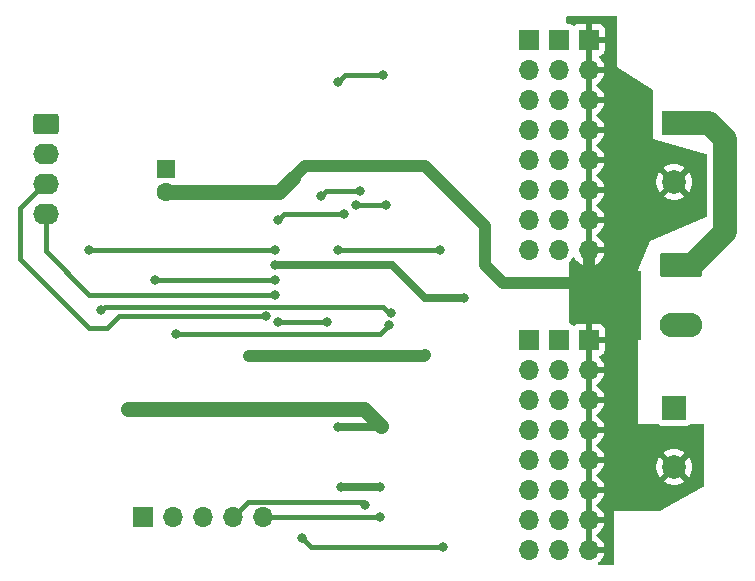
<source format=gbl>
%TF.GenerationSoftware,KiCad,Pcbnew,(5.99.0-9393-ga28cb98626)*%
%TF.CreationDate,2021-03-12T19:06:23-08:00*%
%TF.ProjectId,SimpleServoCtrl,53696d70-6c65-4536-9572-766f4374726c,n/c*%
%TF.SameCoordinates,Original*%
%TF.FileFunction,Copper,L2,Bot*%
%TF.FilePolarity,Positive*%
%FSLAX46Y46*%
G04 Gerber Fmt 4.6, Leading zero omitted, Abs format (unit mm)*
G04 Created by KiCad (PCBNEW (5.99.0-9393-ga28cb98626)) date 2021-03-12 19:06:23*
%MOMM*%
%LPD*%
G01*
G04 APERTURE LIST*
G04 Aperture macros list*
%AMRoundRect*
0 Rectangle with rounded corners*
0 $1 Rounding radius*
0 $2 $3 $4 $5 $6 $7 $8 $9 X,Y pos of 4 corners*
0 Add a 4 corners polygon primitive as box body*
4,1,4,$2,$3,$4,$5,$6,$7,$8,$9,$2,$3,0*
0 Add four circle primitives for the rounded corners*
1,1,$1+$1,$2,$3*
1,1,$1+$1,$4,$5*
1,1,$1+$1,$6,$7*
1,1,$1+$1,$8,$9*
0 Add four rect primitives between the rounded corners*
20,1,$1+$1,$2,$3,$4,$5,0*
20,1,$1+$1,$4,$5,$6,$7,0*
20,1,$1+$1,$6,$7,$8,$9,0*
20,1,$1+$1,$8,$9,$2,$3,0*%
G04 Aperture macros list end*
%TA.AperFunction,ComponentPad*%
%ADD10O,3.600000X2.080000*%
%TD*%
%TA.AperFunction,ComponentPad*%
%ADD11RoundRect,0.249999X-1.550001X0.790001X-1.550001X-0.790001X1.550001X-0.790001X1.550001X0.790001X0*%
%TD*%
%TA.AperFunction,ComponentPad*%
%ADD12O,1.700000X1.700000*%
%TD*%
%TA.AperFunction,ComponentPad*%
%ADD13R,1.700000X1.700000*%
%TD*%
%TA.AperFunction,ComponentPad*%
%ADD14O,2.190000X1.740000*%
%TD*%
%TA.AperFunction,ComponentPad*%
%ADD15RoundRect,0.250000X-0.845000X0.620000X-0.845000X-0.620000X0.845000X-0.620000X0.845000X0.620000X0*%
%TD*%
%TA.AperFunction,ComponentPad*%
%ADD16C,2.000000*%
%TD*%
%TA.AperFunction,ComponentPad*%
%ADD17R,2.000000X2.000000*%
%TD*%
%TA.AperFunction,ComponentPad*%
%ADD18C,1.600000*%
%TD*%
%TA.AperFunction,ComponentPad*%
%ADD19R,1.600000X1.600000*%
%TD*%
%TA.AperFunction,ViaPad*%
%ADD20C,0.800000*%
%TD*%
%TA.AperFunction,Conductor*%
%ADD21C,2.032000*%
%TD*%
%TA.AperFunction,Conductor*%
%ADD22C,1.016000*%
%TD*%
%TA.AperFunction,Conductor*%
%ADD23C,1.270000*%
%TD*%
%TA.AperFunction,Conductor*%
%ADD24C,0.381000*%
%TD*%
%TA.AperFunction,Conductor*%
%ADD25C,0.635000*%
%TD*%
G04 APERTURE END LIST*
D10*
%TO.P,P1,2,Pin_2*%
%TO.N,GND*%
X186866500Y-80010000D03*
D11*
%TO.P,P1,1,Pin_1*%
%TO.N,+6V*%
X186866500Y-74930000D03*
%TD*%
D12*
%TO.P,J8,5,Pin_5*%
%TO.N,PGC*%
X151521000Y-96282000D03*
%TO.P,J8,4,Pin_4*%
%TO.N,PGD*%
X148981000Y-96282000D03*
%TO.P,J8,3,Pin_3*%
%TO.N,GND*%
X146441000Y-96282000D03*
%TO.P,J8,2,Pin_2*%
%TO.N,+5V*%
X143901000Y-96282000D03*
D13*
%TO.P,J8,1,Pin_1*%
%TO.N,VPP*%
X141361000Y-96282000D03*
%TD*%
D12*
%TO.P,J7,8,Pin_8*%
%TO.N,GND*%
X179070000Y-99060000D03*
%TO.P,J7,7,Pin_7*%
X179070000Y-96520000D03*
%TO.P,J7,6,Pin_6*%
X179070000Y-93980000D03*
%TO.P,J7,5,Pin_5*%
X179070000Y-91440000D03*
%TO.P,J7,4,Pin_4*%
X179070000Y-88900000D03*
%TO.P,J7,3,Pin_3*%
X179070000Y-86360000D03*
%TO.P,J7,2,Pin_2*%
X179070000Y-83820000D03*
D13*
%TO.P,J7,1,Pin_1*%
X179070000Y-81280000D03*
%TD*%
D12*
%TO.P,J6,8,Pin_8*%
%TO.N,GND*%
X179070000Y-73660000D03*
%TO.P,J6,7,Pin_7*%
X179070000Y-71120000D03*
%TO.P,J6,6,Pin_6*%
X179070000Y-68580000D03*
%TO.P,J6,5,Pin_5*%
X179070000Y-66040000D03*
%TO.P,J6,4,Pin_4*%
X179070000Y-63500000D03*
%TO.P,J6,3,Pin_3*%
X179070000Y-60960000D03*
%TO.P,J6,2,Pin_2*%
X179070000Y-58420000D03*
D13*
%TO.P,J6,1,Pin_1*%
X179070000Y-55880000D03*
%TD*%
D12*
%TO.P,J5,8,Pin_8*%
%TO.N,+6V*%
X176530000Y-99060000D03*
%TO.P,J5,7,Pin_7*%
X176530000Y-96520000D03*
%TO.P,J5,6,Pin_6*%
X176530000Y-93980000D03*
%TO.P,J5,5,Pin_5*%
X176530000Y-91440000D03*
%TO.P,J5,4,Pin_4*%
X176530000Y-88900000D03*
%TO.P,J5,3,Pin_3*%
X176530000Y-86360000D03*
%TO.P,J5,2,Pin_2*%
X176530000Y-83820000D03*
D13*
%TO.P,J5,1,Pin_1*%
X176530000Y-81280000D03*
%TD*%
D12*
%TO.P,J4,8,Pin_8*%
%TO.N,+6V*%
X176530000Y-73660000D03*
%TO.P,J4,7,Pin_7*%
X176530000Y-71120000D03*
%TO.P,J4,6,Pin_6*%
X176530000Y-68580000D03*
%TO.P,J4,5,Pin_5*%
X176530000Y-66040000D03*
%TO.P,J4,4,Pin_4*%
X176530000Y-63500000D03*
%TO.P,J4,3,Pin_3*%
X176530000Y-60960000D03*
%TO.P,J4,2,Pin_2*%
X176530000Y-58420000D03*
D13*
%TO.P,J4,1,Pin_1*%
X176530000Y-55880000D03*
%TD*%
D12*
%TO.P,J3,8,Pin_8*%
%TO.N,Net-(J3-Pad8)*%
X173990000Y-99060000D03*
%TO.P,J3,7,Pin_7*%
%TO.N,Net-(J3-Pad7)*%
X173990000Y-96520000D03*
%TO.P,J3,6,Pin_6*%
%TO.N,Net-(J3-Pad6)*%
X173990000Y-93980000D03*
%TO.P,J3,5,Pin_5*%
%TO.N,Net-(J3-Pad5)*%
X173990000Y-91440000D03*
%TO.P,J3,4,Pin_4*%
%TO.N,Net-(J3-Pad4)*%
X173990000Y-88900000D03*
%TO.P,J3,3,Pin_3*%
%TO.N,Net-(J3-Pad3)*%
X173990000Y-86360000D03*
%TO.P,J3,2,Pin_2*%
%TO.N,Net-(J3-Pad2)*%
X173990000Y-83820000D03*
D13*
%TO.P,J3,1,Pin_1*%
%TO.N,Net-(J3-Pad1)*%
X173990000Y-81280000D03*
%TD*%
D12*
%TO.P,J2,8,Pin_8*%
%TO.N,Net-(J2-Pad8)*%
X173990000Y-73660000D03*
%TO.P,J2,7,Pin_7*%
%TO.N,Net-(J2-Pad7)*%
X173990000Y-71120000D03*
%TO.P,J2,6,Pin_6*%
%TO.N,Net-(J2-Pad6)*%
X173990000Y-68580000D03*
%TO.P,J2,5,Pin_5*%
%TO.N,Net-(J2-Pad5)*%
X173990000Y-66040000D03*
%TO.P,J2,4,Pin_4*%
%TO.N,Net-(J2-Pad4)*%
X173990000Y-63500000D03*
%TO.P,J2,3,Pin_3*%
%TO.N,Net-(J2-Pad3)*%
X173990000Y-60960000D03*
%TO.P,J2,2,Pin_2*%
%TO.N,Net-(J2-Pad2)*%
X173990000Y-58420000D03*
D13*
%TO.P,J2,1,Pin_1*%
%TO.N,Net-(J2-Pad1)*%
X173990000Y-55880000D03*
%TD*%
D14*
%TO.P,J1,4,P4*%
%TO.N,RX*%
X133096000Y-70612000D03*
%TO.P,J1,3,P3*%
%TO.N,TX*%
X133096000Y-68072000D03*
%TO.P,J1,2,P2*%
%TO.N,GND*%
X133096000Y-65532000D03*
D15*
%TO.P,J1,1,P1*%
%TO.N,+12V*%
X133096000Y-62992000D03*
%TD*%
D16*
%TO.P,C7,2*%
%TO.N,GND*%
X186319000Y-67926323D03*
D17*
%TO.P,C7,1*%
%TO.N,+6V*%
X186319000Y-62926323D03*
%TD*%
D16*
%TO.P,C6,2*%
%TO.N,GND*%
X186319000Y-92056323D03*
D17*
%TO.P,C6,1*%
%TO.N,+6V*%
X186319000Y-87056323D03*
%TD*%
D18*
%TO.P,C1,2*%
%TO.N,GND*%
X143256000Y-68802000D03*
D19*
%TO.P,C1,1*%
%TO.N,Net-(C1-Pad1)*%
X143256000Y-66802000D03*
%TD*%
D20*
%TO.N,GND*%
X140091000Y-87138000D03*
%TO.N,TX*%
X151775000Y-79264000D03*
%TO.N,RX*%
X152537000Y-77486000D03*
%TO.N,+5V*%
X150352000Y-82667000D03*
X165253000Y-82550000D03*
%TO.N,GND*%
X157871000Y-88662000D03*
X161501000Y-88588000D03*
X161427000Y-93742000D03*
X158125000Y-93742000D03*
%TO.N,Net-(U1-Pad2)*%
X158379000Y-70628000D03*
X152791000Y-71136000D03*
%TO.N,/CCP1*%
X152791000Y-79772000D03*
X156887045Y-79772000D03*
%TO.N,GND*%
X152537000Y-74946000D03*
X168539000Y-77740000D03*
X154061000Y-67580000D03*
%TO.N,VPP*%
X152537000Y-73676000D03*
X136789000Y-73676000D03*
%TO.N,SW3*%
X162328565Y-78998739D03*
X137805000Y-78756000D03*
%TO.N,SW2*%
X162189000Y-80026000D03*
X144155000Y-80788000D03*
%TO.N,SW1*%
X142377000Y-76216000D03*
X152537000Y-76216000D03*
%TO.N,PGD*%
X160157000Y-95266000D03*
%TO.N,PGC*%
X161427000Y-96282000D03*
%TO.N,Net-(R16-Pad1)*%
X154823000Y-98060000D03*
X166761000Y-98822000D03*
%TO.N,Net-(U1-Pad1)*%
X159677510Y-68709054D03*
X156427208Y-69096474D03*
%TO.N,Net-(U1-Pad18)*%
X159395000Y-69866000D03*
X161935000Y-69866000D03*
X157871000Y-59452000D03*
X161702276Y-58837370D03*
%TO.N,Net-(R8-Pad1)*%
X166507000Y-73676000D03*
X157842490Y-73676000D03*
%TD*%
D21*
%TO.N,+6V*%
X186319000Y-62926323D02*
X189285323Y-62926323D01*
X190637000Y-64278000D02*
X190637000Y-72152000D01*
X189285323Y-62926323D02*
X190637000Y-64278000D01*
X190637000Y-72152000D02*
X187859000Y-74930000D01*
X187859000Y-74930000D02*
X186866500Y-74930000D01*
D22*
%TO.N,GND*%
X179070000Y-75591000D02*
X179070000Y-73660000D01*
X154061000Y-67580000D02*
X155077000Y-66564000D01*
X170317000Y-71644000D02*
X170317000Y-74946000D01*
X155077000Y-66564000D02*
X165237000Y-66564000D01*
X165237000Y-66564000D02*
X170317000Y-71644000D01*
X170317000Y-74946000D02*
X171841000Y-76470000D01*
X171841000Y-76470000D02*
X178191000Y-76470000D01*
X178191000Y-76470000D02*
X179070000Y-75591000D01*
D23*
X140091000Y-87138000D02*
X160051000Y-87138000D01*
X160051000Y-87138000D02*
X161501000Y-88588000D01*
D24*
%TO.N,TX*%
X151775000Y-79264000D02*
X139329000Y-79264000D01*
X130947000Y-70120000D02*
X132995000Y-68072000D01*
X132995000Y-68072000D02*
X133096000Y-68072000D01*
X139329000Y-79264000D02*
X138313000Y-80280000D01*
X136789000Y-80280000D02*
X130947000Y-74438000D01*
X138313000Y-80280000D02*
X136789000Y-80280000D01*
X130947000Y-74438000D02*
X130947000Y-70120000D01*
%TO.N,RX*%
X152537000Y-77486000D02*
X136789000Y-77486000D01*
X133096000Y-73793000D02*
X133096000Y-70612000D01*
X136789000Y-77486000D02*
X133096000Y-73793000D01*
D22*
%TO.N,+5V*%
X165136000Y-82667000D02*
X150352000Y-82667000D01*
X165253000Y-82550000D02*
X165136000Y-82667000D01*
D25*
%TO.N,GND*%
X157871000Y-88662000D02*
X161427000Y-88662000D01*
X161427000Y-88662000D02*
X161501000Y-88588000D01*
X161427000Y-93742000D02*
X158125000Y-93742000D01*
D24*
%TO.N,Net-(U1-Pad2)*%
X158379000Y-70628000D02*
X153299000Y-70628000D01*
%TO.N,Net-(U1-Pad1)*%
X159677510Y-68709054D02*
X156814628Y-68709054D01*
X156814628Y-68709054D02*
X156427208Y-69096474D01*
%TO.N,Net-(U1-Pad2)*%
X153299000Y-70628000D02*
X152791000Y-71136000D01*
%TO.N,/CCP1*%
X156887045Y-79772000D02*
X152791000Y-79772000D01*
%TO.N,SW3*%
X137805000Y-78756000D02*
X138091755Y-78469245D01*
%TO.N,SW2*%
X162189000Y-80026000D02*
X161427000Y-80788000D01*
%TO.N,SW3*%
X162177739Y-78998739D02*
X162328565Y-78998739D01*
X161935000Y-78756000D02*
X162177739Y-78998739D01*
%TO.N,Net-(R8-Pad1)*%
X166507000Y-73676000D02*
X157842490Y-73676000D01*
%TO.N,SW3*%
X161648245Y-78469245D02*
X161935000Y-78756000D01*
%TO.N,SW2*%
X161427000Y-80788000D02*
X144155000Y-80788000D01*
%TO.N,SW3*%
X138091755Y-78469245D02*
X161648245Y-78469245D01*
D25*
%TO.N,GND*%
X152537000Y-74946000D02*
X162443000Y-74946000D01*
X162443000Y-74946000D02*
X165237000Y-77740000D01*
X165237000Y-77740000D02*
X168539000Y-77740000D01*
D23*
X143256000Y-68802000D02*
X152839000Y-68802000D01*
X152839000Y-68802000D02*
X154061000Y-67580000D01*
D24*
%TO.N,VPP*%
X152537000Y-73676000D02*
X136789000Y-73676000D01*
%TO.N,SW1*%
X152537000Y-76216000D02*
X142377000Y-76216000D01*
%TO.N,PGD*%
X150221511Y-95041489D02*
X159932489Y-95041489D01*
X148981000Y-96282000D02*
X150221511Y-95041489D01*
X159932489Y-95041489D02*
X160157000Y-95266000D01*
%TO.N,PGC*%
X151521000Y-96282000D02*
X161427000Y-96282000D01*
%TO.N,Net-(R16-Pad1)*%
X155585000Y-98822000D02*
X154823000Y-98060000D01*
X166761000Y-98822000D02*
X155585000Y-98822000D01*
%TO.N,Net-(U1-Pad18)*%
X159395000Y-69866000D02*
X161935000Y-69866000D01*
X158485630Y-58837370D02*
X157871000Y-59452000D01*
X161702276Y-58837370D02*
X158485630Y-58837370D01*
%TD*%
%TA.AperFunction,Conductor*%
%TO.N,GND*%
G36*
X183271000Y-88408000D02*
G01*
X184901706Y-88408000D01*
X184969827Y-88428002D01*
X184984218Y-88438775D01*
X184996332Y-88449272D01*
X185041381Y-88488307D01*
X185174330Y-88549023D01*
X185183245Y-88550305D01*
X185183246Y-88550305D01*
X185314552Y-88569184D01*
X185314559Y-88569185D01*
X185319000Y-88569823D01*
X187319000Y-88569823D01*
X187392079Y-88564596D01*
X187470165Y-88541668D01*
X187523670Y-88525958D01*
X187523672Y-88525957D01*
X187532316Y-88523419D01*
X187655271Y-88444400D01*
X187660368Y-88438518D01*
X187724383Y-88409283D01*
X187742316Y-88408000D01*
X188733000Y-88408000D01*
X188801121Y-88428002D01*
X188847614Y-88481658D01*
X188859000Y-88534000D01*
X188859000Y-93666401D01*
X188838998Y-93734522D01*
X188792295Y-93777576D01*
X185570269Y-95495990D01*
X185076795Y-95759176D01*
X185017501Y-95774000D01*
X181239000Y-95774000D01*
X181239000Y-100220000D01*
X181218998Y-100288121D01*
X181165342Y-100334614D01*
X181113000Y-100346000D01*
X179999346Y-100346000D01*
X179931225Y-100325998D01*
X179884732Y-100272342D01*
X179874628Y-100202068D01*
X179904122Y-100137488D01*
X179926088Y-100117485D01*
X179949041Y-100101082D01*
X179957149Y-100094182D01*
X180111893Y-99938082D01*
X180118706Y-99929933D01*
X180244940Y-99749988D01*
X180250295Y-99740787D01*
X180344399Y-99542156D01*
X180348123Y-99532197D01*
X180405968Y-99325718D01*
X180404430Y-99317351D01*
X180392137Y-99314000D01*
X178942000Y-99314000D01*
X178873879Y-99293998D01*
X178827386Y-99240342D01*
X178816000Y-99188000D01*
X178816000Y-96787548D01*
X179324000Y-96787548D01*
X179324000Y-98787885D01*
X179328475Y-98803124D01*
X179329865Y-98804329D01*
X179337548Y-98806000D01*
X180389079Y-98806000D01*
X180402610Y-98802027D01*
X180403876Y-98793218D01*
X180356954Y-98612433D01*
X180353419Y-98602395D01*
X180263147Y-98401998D01*
X180257967Y-98392692D01*
X180135218Y-98210366D01*
X180128557Y-98202080D01*
X179976830Y-98043030D01*
X179968873Y-98035990D01*
X179792524Y-97904783D01*
X179779523Y-97896721D01*
X179732170Y-97843823D01*
X179720933Y-97773721D01*
X179749380Y-97708673D01*
X179772666Y-97687122D01*
X179949041Y-97561083D01*
X179957149Y-97554182D01*
X180111893Y-97398082D01*
X180118706Y-97389933D01*
X180244940Y-97209988D01*
X180250295Y-97200787D01*
X180344399Y-97002156D01*
X180348123Y-96992197D01*
X180405968Y-96785718D01*
X180404430Y-96777351D01*
X180392137Y-96774000D01*
X179342115Y-96774000D01*
X179326876Y-96778475D01*
X179325671Y-96779865D01*
X179324000Y-96787548D01*
X178816000Y-96787548D01*
X178816000Y-94247548D01*
X179324000Y-94247548D01*
X179324000Y-96247885D01*
X179328475Y-96263124D01*
X179329865Y-96264329D01*
X179337548Y-96266000D01*
X180389079Y-96266000D01*
X180402610Y-96262027D01*
X180403876Y-96253218D01*
X180356954Y-96072433D01*
X180353419Y-96062395D01*
X180263147Y-95861998D01*
X180257967Y-95852692D01*
X180135218Y-95670366D01*
X180128557Y-95662080D01*
X179976830Y-95503030D01*
X179968873Y-95495990D01*
X179792524Y-95364783D01*
X179779523Y-95356721D01*
X179732170Y-95303823D01*
X179720933Y-95233721D01*
X179749380Y-95168673D01*
X179772666Y-95147122D01*
X179949041Y-95021083D01*
X179957149Y-95014182D01*
X180111893Y-94858082D01*
X180118706Y-94849933D01*
X180244940Y-94669988D01*
X180250295Y-94660787D01*
X180344399Y-94462156D01*
X180348123Y-94452197D01*
X180405968Y-94245718D01*
X180404430Y-94237351D01*
X180392137Y-94234000D01*
X179342115Y-94234000D01*
X179326876Y-94238475D01*
X179325671Y-94239865D01*
X179324000Y-94247548D01*
X178816000Y-94247548D01*
X178816000Y-91707548D01*
X179324000Y-91707548D01*
X179324000Y-93707885D01*
X179328475Y-93723124D01*
X179329865Y-93724329D01*
X179337548Y-93726000D01*
X180389079Y-93726000D01*
X180402610Y-93722027D01*
X180403876Y-93713218D01*
X180356954Y-93532433D01*
X180353419Y-93522395D01*
X180263147Y-93321998D01*
X180257967Y-93312692D01*
X180240132Y-93286200D01*
X185453739Y-93286200D01*
X185462846Y-93298057D01*
X185540157Y-93353000D01*
X185548815Y-93358161D01*
X185757488Y-93460841D01*
X185766872Y-93464556D01*
X185989257Y-93532546D01*
X185999127Y-93534716D01*
X186229520Y-93566276D01*
X186239611Y-93566840D01*
X186472091Y-93561159D01*
X186482124Y-93560104D01*
X186710716Y-93517324D01*
X186720455Y-93514678D01*
X186939263Y-93435902D01*
X186948456Y-93431732D01*
X187151848Y-93318990D01*
X187160264Y-93313399D01*
X187177704Y-93299676D01*
X187186173Y-93287774D01*
X187179676Y-93276209D01*
X186331812Y-92428345D01*
X186317868Y-92420731D01*
X186316035Y-92420862D01*
X186309420Y-92425113D01*
X185460243Y-93274290D01*
X185453739Y-93286200D01*
X180240132Y-93286200D01*
X180135218Y-93130366D01*
X180128557Y-93122080D01*
X179976830Y-92963030D01*
X179968873Y-92955990D01*
X179792524Y-92824783D01*
X179779523Y-92816721D01*
X179732170Y-92763823D01*
X179720933Y-92693721D01*
X179749380Y-92628673D01*
X179772666Y-92607122D01*
X179949041Y-92481083D01*
X179957149Y-92474182D01*
X180111893Y-92318082D01*
X180118706Y-92309933D01*
X180226130Y-92156802D01*
X184809739Y-92156802D01*
X184810443Y-92166873D01*
X184845218Y-92396813D01*
X184847522Y-92406637D01*
X184918613Y-92628058D01*
X184922461Y-92637394D01*
X185028040Y-92844606D01*
X185033325Y-92853197D01*
X185077392Y-92913406D01*
X185088404Y-92921836D01*
X185101146Y-92914967D01*
X185946978Y-92069135D01*
X185953356Y-92057455D01*
X186683408Y-92057455D01*
X186683539Y-92059288D01*
X186687790Y-92065903D01*
X187537567Y-92915680D01*
X187549947Y-92922440D01*
X187558680Y-92915902D01*
X187642069Y-92789436D01*
X187646926Y-92780601D01*
X187742259Y-92568477D01*
X187745642Y-92558976D01*
X187805836Y-92334330D01*
X187807655Y-92324418D01*
X187831378Y-92090863D01*
X187831698Y-92085139D01*
X187831970Y-92059180D01*
X187831771Y-92053475D01*
X187812943Y-91819465D01*
X187811331Y-91809512D01*
X187755856Y-91583660D01*
X187752673Y-91574090D01*
X187661803Y-91360013D01*
X187657130Y-91351076D01*
X187561036Y-91198478D01*
X187550465Y-91189147D01*
X187541303Y-91193230D01*
X186691022Y-92043511D01*
X186683408Y-92057455D01*
X185953356Y-92057455D01*
X185954592Y-92055191D01*
X185954461Y-92053358D01*
X185950210Y-92046743D01*
X185100314Y-91196847D01*
X185087746Y-91189984D01*
X185076697Y-91198168D01*
X185050296Y-91232698D01*
X185044832Y-91241177D01*
X184934936Y-91446132D01*
X184930894Y-91455384D01*
X184855182Y-91675270D01*
X184852673Y-91685042D01*
X184813089Y-91914208D01*
X184812174Y-91924256D01*
X184809739Y-92156802D01*
X180226130Y-92156802D01*
X180244940Y-92129988D01*
X180250295Y-92120787D01*
X180344399Y-91922156D01*
X180348123Y-91912197D01*
X180405968Y-91705718D01*
X180404430Y-91697351D01*
X180392137Y-91694000D01*
X179342115Y-91694000D01*
X179326876Y-91698475D01*
X179325671Y-91699865D01*
X179324000Y-91707548D01*
X178816000Y-91707548D01*
X178816000Y-89167548D01*
X179324000Y-89167548D01*
X179324000Y-91167885D01*
X179328475Y-91183124D01*
X179329865Y-91184329D01*
X179337548Y-91186000D01*
X180389079Y-91186000D01*
X180402610Y-91182027D01*
X180403876Y-91173218D01*
X180356954Y-90992433D01*
X180353419Y-90982395D01*
X180282644Y-90825280D01*
X185453891Y-90825280D01*
X185461081Y-90839194D01*
X186306188Y-91684301D01*
X186320132Y-91691915D01*
X186321965Y-91691784D01*
X186328580Y-91687533D01*
X187180493Y-90835620D01*
X187187701Y-90822419D01*
X187181495Y-90813726D01*
X187178120Y-90811380D01*
X186977114Y-90694392D01*
X186968023Y-90690037D01*
X186750907Y-90606694D01*
X186741230Y-90603846D01*
X186513591Y-90556290D01*
X186503564Y-90555023D01*
X186271251Y-90544475D01*
X186261173Y-90544826D01*
X186030150Y-90571556D01*
X186020256Y-90573515D01*
X185796473Y-90636839D01*
X185787029Y-90640351D01*
X185576247Y-90738641D01*
X185567482Y-90743620D01*
X185462215Y-90815159D01*
X185453891Y-90825280D01*
X180282644Y-90825280D01*
X180263147Y-90781998D01*
X180257967Y-90772692D01*
X180135218Y-90590366D01*
X180128557Y-90582080D01*
X179976830Y-90423030D01*
X179968873Y-90415990D01*
X179792524Y-90284783D01*
X179779523Y-90276721D01*
X179732170Y-90223823D01*
X179720933Y-90153721D01*
X179749380Y-90088673D01*
X179772666Y-90067122D01*
X179949041Y-89941083D01*
X179957149Y-89934182D01*
X180111893Y-89778082D01*
X180118706Y-89769933D01*
X180244940Y-89589988D01*
X180250295Y-89580787D01*
X180344399Y-89382156D01*
X180348123Y-89372197D01*
X180405968Y-89165718D01*
X180404430Y-89157351D01*
X180392137Y-89154000D01*
X179342115Y-89154000D01*
X179326876Y-89158475D01*
X179325671Y-89159865D01*
X179324000Y-89167548D01*
X178816000Y-89167548D01*
X178816000Y-86627548D01*
X179324000Y-86627548D01*
X179324000Y-88627885D01*
X179328475Y-88643124D01*
X179329865Y-88644329D01*
X179337548Y-88646000D01*
X180389079Y-88646000D01*
X180402610Y-88642027D01*
X180403876Y-88633218D01*
X180356954Y-88452433D01*
X180353419Y-88442395D01*
X180263147Y-88241998D01*
X180257967Y-88232692D01*
X180135218Y-88050366D01*
X180128557Y-88042080D01*
X179976830Y-87883030D01*
X179968873Y-87875990D01*
X179792524Y-87744783D01*
X179779523Y-87736721D01*
X179732170Y-87683823D01*
X179720933Y-87613721D01*
X179749380Y-87548673D01*
X179772666Y-87527122D01*
X179949041Y-87401083D01*
X179957149Y-87394182D01*
X180111893Y-87238082D01*
X180118706Y-87229933D01*
X180244940Y-87049988D01*
X180250295Y-87040787D01*
X180344399Y-86842156D01*
X180348123Y-86832197D01*
X180405968Y-86625718D01*
X180404430Y-86617351D01*
X180392137Y-86614000D01*
X179342115Y-86614000D01*
X179326876Y-86618475D01*
X179325671Y-86619865D01*
X179324000Y-86627548D01*
X178816000Y-86627548D01*
X178816000Y-84087548D01*
X179324000Y-84087548D01*
X179324000Y-86087885D01*
X179328475Y-86103124D01*
X179329865Y-86104329D01*
X179337548Y-86106000D01*
X180389079Y-86106000D01*
X180402610Y-86102027D01*
X180403876Y-86093218D01*
X180356954Y-85912433D01*
X180353419Y-85902395D01*
X180263147Y-85701998D01*
X180257967Y-85692692D01*
X180135218Y-85510366D01*
X180128557Y-85502080D01*
X179976830Y-85343030D01*
X179968873Y-85335990D01*
X179792524Y-85204783D01*
X179779523Y-85196721D01*
X179732170Y-85143823D01*
X179720933Y-85073721D01*
X179749380Y-85008673D01*
X179772666Y-84987122D01*
X179949041Y-84861083D01*
X179957149Y-84854182D01*
X180111893Y-84698082D01*
X180118706Y-84689933D01*
X180244940Y-84509988D01*
X180250295Y-84500787D01*
X180344399Y-84302156D01*
X180348123Y-84292197D01*
X180405968Y-84085718D01*
X180404430Y-84077351D01*
X180392137Y-84074000D01*
X179342115Y-84074000D01*
X179326876Y-84078475D01*
X179325671Y-84079865D01*
X179324000Y-84087548D01*
X178816000Y-84087548D01*
X178816000Y-81547548D01*
X179324000Y-81547548D01*
X179324000Y-83547885D01*
X179328475Y-83563124D01*
X179329865Y-83564329D01*
X179337548Y-83566000D01*
X180389079Y-83566000D01*
X180402610Y-83562027D01*
X180403876Y-83553218D01*
X180356954Y-83372433D01*
X180353419Y-83362395D01*
X180263147Y-83161998D01*
X180257967Y-83152692D01*
X180135218Y-82970366D01*
X180128557Y-82962080D01*
X179999947Y-82827262D01*
X179967400Y-82764165D01*
X179974132Y-82693488D01*
X180018006Y-82637671D01*
X180055618Y-82619394D01*
X180124460Y-82599180D01*
X180140692Y-82591767D01*
X180248360Y-82522574D01*
X180261847Y-82510888D01*
X180345662Y-82414160D01*
X180355307Y-82399152D01*
X180408477Y-82282725D01*
X180413502Y-82265612D01*
X180432361Y-82134446D01*
X180433000Y-82125505D01*
X180433000Y-81552115D01*
X180428525Y-81536876D01*
X180427135Y-81535671D01*
X180419452Y-81534000D01*
X179342115Y-81534000D01*
X179326876Y-81538475D01*
X179325671Y-81539865D01*
X179324000Y-81547548D01*
X178816000Y-81547548D01*
X178816000Y-79935115D01*
X178814659Y-79930548D01*
X179324000Y-79930548D01*
X179324000Y-81007885D01*
X179328475Y-81023124D01*
X179329865Y-81024329D01*
X179337548Y-81026000D01*
X180414885Y-81026000D01*
X180430124Y-81021525D01*
X180431329Y-81020135D01*
X180433000Y-81012452D01*
X180433000Y-80432257D01*
X180432839Y-80427750D01*
X180428260Y-80363731D01*
X180425874Y-80350509D01*
X180389181Y-80225542D01*
X180381767Y-80209308D01*
X180312574Y-80101640D01*
X180300888Y-80088153D01*
X180204160Y-80004338D01*
X180189152Y-79994693D01*
X180072725Y-79941523D01*
X180055612Y-79936498D01*
X179924446Y-79917639D01*
X179915505Y-79917000D01*
X179342115Y-79917000D01*
X179326876Y-79921475D01*
X179325671Y-79922865D01*
X179324000Y-79930548D01*
X178814659Y-79930548D01*
X178811525Y-79919876D01*
X178810135Y-79918671D01*
X178802452Y-79917000D01*
X178222257Y-79917000D01*
X178217750Y-79917161D01*
X178153731Y-79921740D01*
X178140509Y-79924126D01*
X178015542Y-79960819D01*
X177999308Y-79968233D01*
X177891640Y-80037426D01*
X177879881Y-80047615D01*
X177815300Y-80077107D01*
X177745026Y-80067002D01*
X177714858Y-80047613D01*
X177664435Y-80003921D01*
X177664430Y-80003918D01*
X177657619Y-79998016D01*
X177524670Y-79937300D01*
X177518375Y-79936395D01*
X177459777Y-79898737D01*
X177430283Y-79834156D01*
X177429000Y-79816223D01*
X177429000Y-79010000D01*
X183271000Y-79010000D01*
X183271000Y-88408000D01*
G37*
%TD.AperFunction*%
%TD*%
%TA.AperFunction,Conductor*%
%TO.N,GND*%
G36*
X181435121Y-53884002D02*
G01*
X181481614Y-53937658D01*
X181493000Y-53990000D01*
X181493000Y-58182000D01*
X181503827Y-58189218D01*
X181503828Y-58189219D01*
X184484892Y-60176595D01*
X184530477Y-60231024D01*
X184541000Y-60281433D01*
X184541000Y-64278000D01*
X188097000Y-65294000D01*
X189017060Y-65524015D01*
X189078295Y-65559942D01*
X189110386Y-65623271D01*
X189112500Y-65646253D01*
X189112500Y-70798550D01*
X189092498Y-70866671D01*
X189035396Y-70914676D01*
X184287000Y-72914000D01*
X184268691Y-72959773D01*
X183454562Y-74995096D01*
X182763000Y-76724000D01*
X177429000Y-76724000D01*
X177416809Y-75626795D01*
X177407159Y-74758244D01*
X177426403Y-74689905D01*
X177443668Y-74668138D01*
X177572277Y-74538403D01*
X177572278Y-74538402D01*
X177576030Y-74534617D01*
X177697953Y-74360816D01*
X177753449Y-74316536D01*
X177824075Y-74309289D01*
X177887407Y-74341375D01*
X177911781Y-74372958D01*
X177929550Y-74405617D01*
X177935402Y-74414491D01*
X178071486Y-74587113D01*
X178078750Y-74594875D01*
X178241967Y-74742094D01*
X178250444Y-74748528D01*
X178436122Y-74866136D01*
X178445567Y-74871053D01*
X178648406Y-74955694D01*
X178658545Y-74958950D01*
X178798345Y-74991096D01*
X178812422Y-74990257D01*
X178816000Y-74980999D01*
X178816000Y-73927548D01*
X179324000Y-73927548D01*
X179324000Y-74979941D01*
X179328151Y-74994079D01*
X179338798Y-74995774D01*
X179342192Y-74995096D01*
X179553333Y-74933954D01*
X179563259Y-74930143D01*
X179761065Y-74834307D01*
X179770212Y-74828876D01*
X179949041Y-74701083D01*
X179957149Y-74694182D01*
X180111893Y-74538082D01*
X180118706Y-74529933D01*
X180244940Y-74349988D01*
X180250295Y-74340787D01*
X180344399Y-74142156D01*
X180348123Y-74132197D01*
X180405968Y-73925718D01*
X180404430Y-73917351D01*
X180392137Y-73914000D01*
X179342115Y-73914000D01*
X179326876Y-73918475D01*
X179325671Y-73919865D01*
X179324000Y-73927548D01*
X178816000Y-73927548D01*
X178816000Y-71387548D01*
X179324000Y-71387548D01*
X179324000Y-73387885D01*
X179328475Y-73403124D01*
X179329865Y-73404329D01*
X179337548Y-73406000D01*
X180389079Y-73406000D01*
X180402610Y-73402027D01*
X180403876Y-73393218D01*
X180356954Y-73212433D01*
X180353419Y-73202395D01*
X180263147Y-73001998D01*
X180257967Y-72992692D01*
X180135218Y-72810366D01*
X180128557Y-72802080D01*
X179976830Y-72643030D01*
X179968873Y-72635990D01*
X179792524Y-72504783D01*
X179779523Y-72496721D01*
X179732170Y-72443823D01*
X179720933Y-72373721D01*
X179749380Y-72308673D01*
X179772666Y-72287122D01*
X179949041Y-72161083D01*
X179957149Y-72154182D01*
X180111893Y-71998082D01*
X180118706Y-71989933D01*
X180244940Y-71809988D01*
X180250295Y-71800787D01*
X180344399Y-71602156D01*
X180348123Y-71592197D01*
X180405968Y-71385718D01*
X180404430Y-71377351D01*
X180392137Y-71374000D01*
X179342115Y-71374000D01*
X179326876Y-71378475D01*
X179325671Y-71379865D01*
X179324000Y-71387548D01*
X178816000Y-71387548D01*
X178816000Y-68847548D01*
X179324000Y-68847548D01*
X179324000Y-70847885D01*
X179328475Y-70863124D01*
X179329865Y-70864329D01*
X179337548Y-70866000D01*
X180389079Y-70866000D01*
X180402610Y-70862027D01*
X180403876Y-70853218D01*
X180356954Y-70672433D01*
X180353419Y-70662395D01*
X180263147Y-70461998D01*
X180257967Y-70452692D01*
X180135218Y-70270366D01*
X180128557Y-70262080D01*
X179976830Y-70103030D01*
X179968873Y-70095990D01*
X179792524Y-69964783D01*
X179779523Y-69956721D01*
X179732170Y-69903823D01*
X179720933Y-69833721D01*
X179749380Y-69768673D01*
X179772666Y-69747122D01*
X179949041Y-69621083D01*
X179957149Y-69614182D01*
X180111893Y-69458082D01*
X180118706Y-69449933D01*
X180244940Y-69269988D01*
X180250295Y-69260787D01*
X180299844Y-69156200D01*
X185453739Y-69156200D01*
X185462846Y-69168057D01*
X185540157Y-69223000D01*
X185548815Y-69228161D01*
X185757488Y-69330841D01*
X185766872Y-69334556D01*
X185989257Y-69402546D01*
X185999127Y-69404716D01*
X186229520Y-69436276D01*
X186239611Y-69436840D01*
X186472091Y-69431159D01*
X186482124Y-69430104D01*
X186710716Y-69387324D01*
X186720455Y-69384678D01*
X186939263Y-69305902D01*
X186948456Y-69301732D01*
X187151848Y-69188990D01*
X187160264Y-69183399D01*
X187177704Y-69169676D01*
X187186173Y-69157774D01*
X187179676Y-69146209D01*
X186331812Y-68298345D01*
X186317868Y-68290731D01*
X186316035Y-68290862D01*
X186309420Y-68295113D01*
X185460243Y-69144290D01*
X185453739Y-69156200D01*
X180299844Y-69156200D01*
X180344399Y-69062156D01*
X180348123Y-69052197D01*
X180405968Y-68845718D01*
X180404430Y-68837351D01*
X180392137Y-68834000D01*
X179342115Y-68834000D01*
X179326876Y-68838475D01*
X179325671Y-68839865D01*
X179324000Y-68847548D01*
X178816000Y-68847548D01*
X178816000Y-66307548D01*
X179324000Y-66307548D01*
X179324000Y-68307885D01*
X179328475Y-68323124D01*
X179329865Y-68324329D01*
X179337548Y-68326000D01*
X180389079Y-68326000D01*
X180402610Y-68322027D01*
X180403876Y-68313218D01*
X180356954Y-68132433D01*
X180353419Y-68122395D01*
X180310358Y-68026802D01*
X184809739Y-68026802D01*
X184810443Y-68036873D01*
X184845218Y-68266813D01*
X184847522Y-68276637D01*
X184918613Y-68498058D01*
X184922461Y-68507394D01*
X185028040Y-68714606D01*
X185033325Y-68723197D01*
X185077392Y-68783406D01*
X185088404Y-68791836D01*
X185101146Y-68784967D01*
X185946978Y-67939135D01*
X185953356Y-67927455D01*
X186683408Y-67927455D01*
X186683539Y-67929288D01*
X186687790Y-67935903D01*
X187537567Y-68785680D01*
X187549947Y-68792440D01*
X187558680Y-68785902D01*
X187642069Y-68659436D01*
X187646926Y-68650601D01*
X187742259Y-68438477D01*
X187745642Y-68428976D01*
X187805836Y-68204330D01*
X187807655Y-68194418D01*
X187831378Y-67960863D01*
X187831698Y-67955139D01*
X187831970Y-67929180D01*
X187831771Y-67923475D01*
X187812943Y-67689465D01*
X187811331Y-67679512D01*
X187755856Y-67453660D01*
X187752673Y-67444090D01*
X187661803Y-67230013D01*
X187657130Y-67221076D01*
X187561036Y-67068478D01*
X187550465Y-67059147D01*
X187541303Y-67063230D01*
X186691022Y-67913511D01*
X186683408Y-67927455D01*
X185953356Y-67927455D01*
X185954592Y-67925191D01*
X185954461Y-67923358D01*
X185950210Y-67916743D01*
X185100314Y-67066847D01*
X185087746Y-67059984D01*
X185076697Y-67068168D01*
X185050296Y-67102698D01*
X185044832Y-67111177D01*
X184934936Y-67316132D01*
X184930894Y-67325384D01*
X184855182Y-67545270D01*
X184852673Y-67555042D01*
X184813089Y-67784208D01*
X184812174Y-67794256D01*
X184809739Y-68026802D01*
X180310358Y-68026802D01*
X180263147Y-67921998D01*
X180257967Y-67912692D01*
X180135218Y-67730366D01*
X180128557Y-67722080D01*
X179976830Y-67563030D01*
X179968873Y-67555990D01*
X179792524Y-67424783D01*
X179779523Y-67416721D01*
X179732170Y-67363823D01*
X179720933Y-67293721D01*
X179749380Y-67228673D01*
X179772666Y-67207122D01*
X179949041Y-67081083D01*
X179957149Y-67074182D01*
X180111893Y-66918082D01*
X180118706Y-66909933D01*
X180244940Y-66729988D01*
X180250295Y-66720787D01*
X180262379Y-66695280D01*
X185453891Y-66695280D01*
X185461081Y-66709194D01*
X186306188Y-67554301D01*
X186320132Y-67561915D01*
X186321965Y-67561784D01*
X186328580Y-67557533D01*
X187180493Y-66705620D01*
X187187701Y-66692419D01*
X187181495Y-66683726D01*
X187178120Y-66681380D01*
X186977114Y-66564392D01*
X186968023Y-66560037D01*
X186750907Y-66476694D01*
X186741230Y-66473846D01*
X186513591Y-66426290D01*
X186503564Y-66425023D01*
X186271251Y-66414475D01*
X186261173Y-66414826D01*
X186030150Y-66441556D01*
X186020256Y-66443515D01*
X185796473Y-66506839D01*
X185787029Y-66510351D01*
X185576247Y-66608641D01*
X185567482Y-66613620D01*
X185462215Y-66685159D01*
X185453891Y-66695280D01*
X180262379Y-66695280D01*
X180344399Y-66522156D01*
X180348123Y-66512197D01*
X180405968Y-66305718D01*
X180404430Y-66297351D01*
X180392137Y-66294000D01*
X179342115Y-66294000D01*
X179326876Y-66298475D01*
X179325671Y-66299865D01*
X179324000Y-66307548D01*
X178816000Y-66307548D01*
X178816000Y-63767548D01*
X179324000Y-63767548D01*
X179324000Y-65767885D01*
X179328475Y-65783124D01*
X179329865Y-65784329D01*
X179337548Y-65786000D01*
X180389079Y-65786000D01*
X180402610Y-65782027D01*
X180403876Y-65773218D01*
X180356954Y-65592433D01*
X180353419Y-65582395D01*
X180263147Y-65381998D01*
X180257967Y-65372692D01*
X180135218Y-65190366D01*
X180128557Y-65182080D01*
X179976830Y-65023030D01*
X179968873Y-65015990D01*
X179792524Y-64884783D01*
X179779523Y-64876721D01*
X179732170Y-64823823D01*
X179720933Y-64753721D01*
X179749380Y-64688673D01*
X179772666Y-64667122D01*
X179949041Y-64541083D01*
X179957149Y-64534182D01*
X180111893Y-64378082D01*
X180118706Y-64369933D01*
X180244940Y-64189988D01*
X180250295Y-64180787D01*
X180344399Y-63982156D01*
X180348123Y-63972197D01*
X180405968Y-63765718D01*
X180404430Y-63757351D01*
X180392137Y-63754000D01*
X179342115Y-63754000D01*
X179326876Y-63758475D01*
X179325671Y-63759865D01*
X179324000Y-63767548D01*
X178816000Y-63767548D01*
X178816000Y-61227548D01*
X179324000Y-61227548D01*
X179324000Y-63227885D01*
X179328475Y-63243124D01*
X179329865Y-63244329D01*
X179337548Y-63246000D01*
X180389079Y-63246000D01*
X180402610Y-63242027D01*
X180403876Y-63233218D01*
X180356954Y-63052433D01*
X180353419Y-63042395D01*
X180263147Y-62841998D01*
X180257967Y-62832692D01*
X180135218Y-62650366D01*
X180128557Y-62642080D01*
X179976830Y-62483030D01*
X179968873Y-62475990D01*
X179792524Y-62344783D01*
X179779523Y-62336721D01*
X179732170Y-62283823D01*
X179720933Y-62213721D01*
X179749380Y-62148673D01*
X179772666Y-62127122D01*
X179949041Y-62001083D01*
X179957149Y-61994182D01*
X180111893Y-61838082D01*
X180118706Y-61829933D01*
X180244940Y-61649988D01*
X180250295Y-61640787D01*
X180344399Y-61442156D01*
X180348123Y-61432197D01*
X180405968Y-61225718D01*
X180404430Y-61217351D01*
X180392137Y-61214000D01*
X179342115Y-61214000D01*
X179326876Y-61218475D01*
X179325671Y-61219865D01*
X179324000Y-61227548D01*
X178816000Y-61227548D01*
X178816000Y-58687548D01*
X179324000Y-58687548D01*
X179324000Y-60687885D01*
X179328475Y-60703124D01*
X179329865Y-60704329D01*
X179337548Y-60706000D01*
X180389079Y-60706000D01*
X180402610Y-60702027D01*
X180403876Y-60693218D01*
X180356954Y-60512433D01*
X180353419Y-60502395D01*
X180263147Y-60301998D01*
X180257967Y-60292692D01*
X180135218Y-60110366D01*
X180128557Y-60102080D01*
X179976830Y-59943030D01*
X179968873Y-59935990D01*
X179792524Y-59804783D01*
X179779523Y-59796721D01*
X179732170Y-59743823D01*
X179720933Y-59673721D01*
X179749380Y-59608673D01*
X179772666Y-59587122D01*
X179949041Y-59461083D01*
X179957149Y-59454182D01*
X180111893Y-59298082D01*
X180118706Y-59289933D01*
X180244940Y-59109988D01*
X180250295Y-59100787D01*
X180344399Y-58902156D01*
X180348123Y-58892197D01*
X180405968Y-58685718D01*
X180404430Y-58677351D01*
X180392137Y-58674000D01*
X179342115Y-58674000D01*
X179326876Y-58678475D01*
X179325671Y-58679865D01*
X179324000Y-58687548D01*
X178816000Y-58687548D01*
X178816000Y-56147548D01*
X179324000Y-56147548D01*
X179324000Y-58147885D01*
X179328475Y-58163124D01*
X179329865Y-58164329D01*
X179337548Y-58166000D01*
X180389079Y-58166000D01*
X180402610Y-58162027D01*
X180403876Y-58153218D01*
X180356954Y-57972433D01*
X180353419Y-57962395D01*
X180263147Y-57761998D01*
X180257967Y-57752692D01*
X180135218Y-57570366D01*
X180128557Y-57562080D01*
X179999947Y-57427262D01*
X179967400Y-57364165D01*
X179974132Y-57293488D01*
X180018006Y-57237671D01*
X180055618Y-57219394D01*
X180124460Y-57199180D01*
X180140692Y-57191767D01*
X180248360Y-57122574D01*
X180261847Y-57110888D01*
X180345662Y-57014160D01*
X180355307Y-56999152D01*
X180408477Y-56882725D01*
X180413502Y-56865612D01*
X180432361Y-56734446D01*
X180433000Y-56725505D01*
X180433000Y-56152115D01*
X180428525Y-56136876D01*
X180427135Y-56135671D01*
X180419452Y-56134000D01*
X179342115Y-56134000D01*
X179326876Y-56138475D01*
X179325671Y-56139865D01*
X179324000Y-56147548D01*
X178816000Y-56147548D01*
X178816000Y-54535115D01*
X178814659Y-54530548D01*
X179324000Y-54530548D01*
X179324000Y-55607885D01*
X179328475Y-55623124D01*
X179329865Y-55624329D01*
X179337548Y-55626000D01*
X180414885Y-55626000D01*
X180430124Y-55621525D01*
X180431329Y-55620135D01*
X180433000Y-55612452D01*
X180433000Y-55032257D01*
X180432839Y-55027750D01*
X180428260Y-54963731D01*
X180425874Y-54950509D01*
X180389181Y-54825542D01*
X180381767Y-54809308D01*
X180312574Y-54701640D01*
X180300888Y-54688153D01*
X180204160Y-54604338D01*
X180189152Y-54594693D01*
X180072725Y-54541523D01*
X180055612Y-54536498D01*
X179924446Y-54517639D01*
X179915505Y-54517000D01*
X179342115Y-54517000D01*
X179326876Y-54521475D01*
X179325671Y-54522865D01*
X179324000Y-54530548D01*
X178814659Y-54530548D01*
X178811525Y-54519876D01*
X178810135Y-54518671D01*
X178802452Y-54517000D01*
X178222257Y-54517000D01*
X178217750Y-54517161D01*
X178153731Y-54521740D01*
X178140509Y-54524126D01*
X178015542Y-54560819D01*
X177999308Y-54568233D01*
X177891640Y-54637426D01*
X177879881Y-54647615D01*
X177815300Y-54677107D01*
X177745026Y-54667002D01*
X177714858Y-54647613D01*
X177664435Y-54603921D01*
X177664430Y-54603918D01*
X177657619Y-54598016D01*
X177524670Y-54537300D01*
X177515755Y-54536018D01*
X177515754Y-54536018D01*
X177384448Y-54517139D01*
X177384441Y-54517138D01*
X177380000Y-54516500D01*
X177306858Y-54516500D01*
X177238737Y-54496498D01*
X177192244Y-54442842D01*
X177180866Y-54391900D01*
X177176416Y-53991400D01*
X177195660Y-53923061D01*
X177248796Y-53875975D01*
X177302408Y-53864000D01*
X181367000Y-53864000D01*
X181435121Y-53884002D01*
G37*
%TD.AperFunction*%
%TD*%
%TA.AperFunction,Conductor*%
%TO.N,GND*%
G36*
X183467121Y-75474002D02*
G01*
X183513614Y-75527658D01*
X183525000Y-75580000D01*
X183525000Y-81170000D01*
X183504998Y-81238121D01*
X183451342Y-81284614D01*
X183399000Y-81296000D01*
X178816000Y-81296000D01*
X178816000Y-79935115D01*
X178814659Y-79930548D01*
X179324000Y-79930548D01*
X179324000Y-81007885D01*
X179328475Y-81023124D01*
X179329865Y-81024329D01*
X179337548Y-81026000D01*
X180414885Y-81026000D01*
X180430124Y-81021525D01*
X180431329Y-81020135D01*
X180433000Y-81012452D01*
X180433000Y-80432257D01*
X180432839Y-80427750D01*
X180428260Y-80363731D01*
X180425874Y-80350509D01*
X180389181Y-80225542D01*
X180381767Y-80209308D01*
X180312574Y-80101640D01*
X180300888Y-80088153D01*
X180204160Y-80004338D01*
X180189152Y-79994693D01*
X180072725Y-79941523D01*
X180055612Y-79936498D01*
X179924446Y-79917639D01*
X179915505Y-79917000D01*
X179342115Y-79917000D01*
X179326876Y-79921475D01*
X179325671Y-79922865D01*
X179324000Y-79930548D01*
X178814659Y-79930548D01*
X178811525Y-79919876D01*
X178810135Y-79918671D01*
X178802452Y-79917000D01*
X178222257Y-79917000D01*
X178217750Y-79917161D01*
X178153731Y-79921740D01*
X178140509Y-79924126D01*
X178015542Y-79960819D01*
X177999308Y-79968233D01*
X177891640Y-80037426D01*
X177879881Y-80047615D01*
X177815300Y-80077107D01*
X177745026Y-80067002D01*
X177714858Y-80047613D01*
X177664435Y-80003921D01*
X177664430Y-80003918D01*
X177657619Y-79998016D01*
X177524670Y-79937300D01*
X177518375Y-79936395D01*
X177459777Y-79898737D01*
X177430283Y-79834156D01*
X177429000Y-79816223D01*
X177429000Y-75454000D01*
X183399000Y-75454000D01*
X183467121Y-75474002D01*
G37*
%TD.AperFunction*%
%TD*%
M02*

</source>
